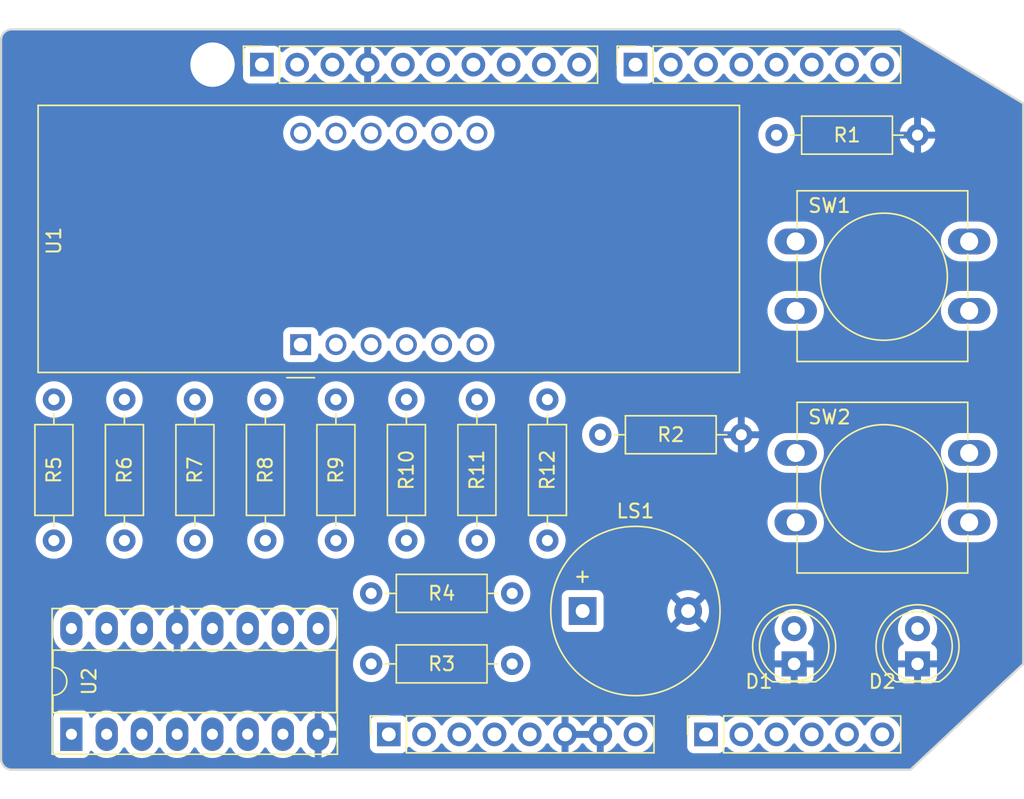
<source format=kicad_pcb>
(kicad_pcb (version 20221018) (generator pcbnew)
  (title_block (date "mar. 31 mars 2015"))
  (layers (0 "F.Cu" signal) (31 "B.Cu" signal) (34 "B.Paste" user) (35 "F.Paste" user) (36 "B.SilkS" user "B.Silkscreen") (37 "F.SilkS" user "F.Silkscreen") (38 "B.Mask" user) (39 "F.Mask" user) (44 "Edge.Cuts" user))
  (net 0 "")
  (net 1 "GND")
  (net 3 "+5V")
  (net 4 "/IOREF")
  (net 5 "/A0")
  (net 6 "/A1")
  (net 7 "/A2")
  (net 8 "/A3")
  (net 9 "/SDA{slash}A4")
  (net 10 "/SCL{slash}A5")
  (net 11 "Net-(D1-A)")
  (net 12 "Net-(D2-A)")
  (net 16 "Dig1")
  (net 17 "Dig2")
  (net 18 "Dig3")
  (net 19 "Dig4")
  (net 20 "DS")
  (net 21 "ST_CP")
  (net 22 "SH_CP")
  (net 23 "/TX{slash}1")
  (net 24 "Buzzer")
  (net 25 "/RX{slash}0")
  (net 26 "+3V3")
  (net 27 "VCC")
  (net 28 "/~{RESET}")
  (net 29 "RED_LED")
  (net 30 "GREEN_LED")
  (net 31 "Button_2")
  (net 32 "Button_1")
  (net 33 "a")
  (net 34 "Net-(U1-a)")
  (net 35 "b")
  (net 36 "Net-(U1-b)")
  (net 37 "c")
  (net 38 "Net-(U1-c)")
  (net 39 "d")
  (net 40 "Net-(U1-d)")
  (net 41 "e")
  (net 42 "Net-(U1-e)")
  (net 43 "f")
  (net 44 "Net-(U1-f)")
  (net 45 "g")
  (net 46 "Net-(U1-g)")
  (net 47 "dp")
  (net 48 "Net-(U1-DPX)")
  (footprint "Connector_PinSocket_2.54mm:PinSocket_1x08_P2.54mm_Vertical" (layer "F.Cu") (at 127.94 97.46 90)
    (fp_text reference "J1" hide)
    (fp_text value "Power")
    (fp_line (start -1.33 1.27) (end -1.33 19.11) (stroke (width 0.12)) (layer "F.SilkS"))
    (fp_line (start -1.33 1.27) (end 1.33 1.27) (stroke (width 0.12)) (layer "F.SilkS"))
    (fp_line (start -1.33 19.11) (end 1.33 19.11) (stroke (width 0.12)) (layer "F.SilkS"))
    (fp_line (start 0 -1.33) (end 1.33 -1.33) (stroke (width 0.12)) (layer "F.SilkS"))
    (fp_line (start 1.33 -1.33) (end 1.33 0) (stroke (width 0.12)) (layer "F.SilkS"))
    (fp_line (start 1.33 1.27) (end 1.33 19.11) (stroke (width 0.12)) (layer "F.SilkS"))
    (pad "1" thru_hole rect locked (at 0 0 90) (size 1.7 1.7) (drill 1) (layers "*.Cu" "*.Mask"))
    (pad "2" thru_hole oval locked (at 0 2.54 90) (size 1.7 1.7) (drill 1) (layers "*.Cu" "*.Mask") (net 4 "/IOREF"))
    (pad "3" thru_hole oval locked (at 0 5.08 90) (size 1.7 1.7) (drill 1) (layers "*.Cu" "*.Mask") (net 28 "/~{RESET}"))
    (pad "4" thru_hole oval locked (at 0 7.62 90) (size 1.7 1.7) (drill 1) (layers "*.Cu" "*.Mask") (net 26 "+3V3"))
    (pad "5" thru_hole oval locked (at 0 10.16 90) (size 1.7 1.7) (drill 1) (layers "*.Cu" "*.Mask") (net 3 "+5V"))
    (pad "6" thru_hole oval locked (at 0 12.7 90) (size 1.7 1.7) (drill 1) (layers "*.Cu" "*.Mask") (net 1 "GND"))
    (pad "7" thru_hole oval locked (at 0 15.24 90) (size 1.7 1.7) (drill 1) (layers "*.Cu" "*.Mask") (net 1 "GND"))
    (pad "8" thru_hole oval locked (at 0 17.78 90) (size 1.7 1.7) (drill 1) (layers "*.Cu" "*.Mask") (net 27 "VCC"))
  )
  (footprint "Connector_PinSocket_2.54mm:PinSocket_1x06_P2.54mm_Vertical" (layer "F.Cu") (at 150.8 97.46 90)
    (fp_text reference "J3" hide)
    (fp_text value "Analog")
    (fp_line (start -1.33 1.27) (end -1.33 14.03) (stroke (width 0.12)) (layer "F.SilkS"))
    (fp_line (start -1.33 1.27) (end 1.33 1.27) (stroke (width 0.12)) (layer "F.SilkS"))
    (fp_line (start -1.33 14.03) (end 1.33 14.03) (stroke (width 0.12)) (layer "F.SilkS"))
    (fp_line (start 0 -1.33) (end 1.33 -1.33) (stroke (width 0.12)) (layer "F.SilkS"))
    (fp_line (start 1.33 -1.33) (end 1.33 0) (stroke (width 0.12)) (layer "F.SilkS"))
    (fp_line (start 1.33 1.27) (end 1.33 14.03) (stroke (width 0.12)) (layer "F.SilkS"))
    (pad "1" thru_hole rect locked (at 0 0 90) (size 1.7 1.7) (drill 1) (layers "*.Cu" "*.Mask") (net 5 "/A0"))
    (pad "2" thru_hole oval locked (at 0 2.54 90) (size 1.7 1.7) (drill 1) (layers "*.Cu" "*.Mask") (net 6 "/A1"))
    (pad "3" thru_hole oval locked (at 0 5.08 90) (size 1.7 1.7) (drill 1) (layers "*.Cu" "*.Mask") (net 7 "/A2"))
    (pad "4" thru_hole oval locked (at 0 7.62 90) (size 1.7 1.7) (drill 1) (layers "*.Cu" "*.Mask") (net 8 "/A3"))
    (pad "5" thru_hole oval locked (at 0 10.16 90) (size 1.7 1.7) (drill 1) (layers "*.Cu" "*.Mask") (net 9 "/SDA{slash}A4"))
    (pad "6" thru_hole oval locked (at 0 12.7 90) (size 1.7 1.7) (drill 1) (layers "*.Cu" "*.Mask") (net 10 "/SCL{slash}A5"))
  )
  (footprint "Connector_PinSocket_2.54mm:PinSocket_1x10_P2.54mm_Vertical" (layer "F.Cu") (at 118.796 49.2 90)
    (fp_text reference "J2" hide)
    (fp_text value "Digital/PWM")
    (fp_line (start -1.33 1.27) (end -1.33 24.19) (stroke (width 0.12)) (layer "F.SilkS"))
    (fp_line (start -1.33 1.27) (end 1.33 1.27) (stroke (width 0.12)) (layer "F.SilkS"))
    (fp_line (start -1.33 24.19) (end 1.33 24.19) (stroke (width 0.12)) (layer "F.SilkS"))
    (fp_line (start 0 -1.33) (end 1.33 -1.33) (stroke (width 0.12)) (layer "F.SilkS"))
    (fp_line (start 1.33 -1.33) (end 1.33 0) (stroke (width 0.12)) (layer "F.SilkS"))
    (fp_line (start 1.33 1.27) (end 1.33 24.19) (stroke (width 0.12)) (layer "F.SilkS"))
    (pad "1" thru_hole rect locked (at 0 0 90) (size 1.7 1.7) (drill 1) (layers "*.Cu" "*.Mask"))
    (pad "2" thru_hole oval locked (at 0 2.54 90) (size 1.7 1.7) (drill 1) (layers "*.Cu" "*.Mask"))
    (pad "3" thru_hole oval locked (at 0 5.08 90) (size 1.7 1.7) (drill 1) (layers "*.Cu" "*.Mask"))
    (pad "4" thru_hole oval locked (at 0 7.62 90) (size 1.7 1.7) (drill 1) (layers "*.Cu" "*.Mask") (net 1 "GND"))
    (pad "5" thru_hole oval locked (at 0 10.16 90) (size 1.7 1.7) (drill 1) (layers "*.Cu" "*.Mask") (net 16 "Dig1"))
    (pad "6" thru_hole oval locked (at 0 12.7 90) (size 1.7 1.7) (drill 1) (layers "*.Cu" "*.Mask") (net 17 "Dig2"))
    (pad "7" thru_hole oval locked (at 0 15.24 90) (size 1.7 1.7) (drill 1) (layers "*.Cu" "*.Mask") (net 18 "Dig3"))
    (pad "8" thru_hole oval locked (at 0 17.78 90) (size 1.7 1.7) (drill 1) (layers "*.Cu" "*.Mask") (net 19 "Dig4"))
    (pad "9" thru_hole oval locked (at 0 20.32 90) (size 1.7 1.7) (drill 1) (layers "*.Cu" "*.Mask") (net 20 "DS"))
    (pad "10" thru_hole oval locked (at 0 22.86 90) (size 1.7 1.7) (drill 1) (layers "*.Cu" "*.Mask") (net 21 "ST_CP"))
  )
  (footprint "Connector_PinSocket_2.54mm:PinSocket_1x08_P2.54mm_Vertical" (layer "F.Cu") (at 145.72 49.2 90)
    (fp_text reference "J4" hide)
    (fp_text value "Digital/PWM")
    (fp_line (start -1.33 1.27) (end -1.33 19.11) (stroke (width 0.12)) (layer "F.SilkS"))
    (fp_line (start -1.33 1.27) (end 1.33 1.27) (stroke (width 0.12)) (layer "F.SilkS"))
    (fp_line (start -1.33 19.11) (end 1.33 19.11) (stroke (width 0.12)) (layer "F.SilkS"))
    (fp_line (start 0 -1.33) (end 1.33 -1.33) (stroke (width 0.12)) (layer "F.SilkS"))
    (fp_line (start 1.33 -1.33) (end 1.33 0) (stroke (width 0.12)) (layer "F.SilkS"))
    (fp_line (start 1.33 1.27) (end 1.33 19.11) (stroke (width 0.12)) (layer "F.SilkS"))
    (pad "1" thru_hole rect locked (at 0 0 90) (size 1.7 1.7) (drill 1) (layers "*.Cu" "*.Mask") (net 22 "SH_CP"))
    (pad "2" thru_hole oval locked (at 0 2.54 90) (size 1.7 1.7) (drill 1) (layers "*.Cu" "*.Mask") (net 24 "Buzzer"))
    (pad "3" thru_hole oval locked (at 0 5.08 90) (size 1.7 1.7) (drill 1) (layers "*.Cu" "*.Mask") (net 29 "RED_LED"))
    (pad "4" thru_hole oval locked (at 0 7.62 90) (size 1.7 1.7) (drill 1) (layers "*.Cu" "*.Mask") (net 30 "GREEN_LED"))
    (pad "5" thru_hole oval locked (at 0 10.16 90) (size 1.7 1.7) (drill 1) (layers "*.Cu" "*.Mask") (net 31 "Button_2"))
    (pad "6" thru_hole oval locked (at 0 12.7 90) (size 1.7 1.7) (drill 1) (layers "*.Cu" "*.Mask") (net 32 "Button_1"))
    (pad "7" thru_hole oval locked (at 0 15.24 90) (size 1.7 1.7) (drill 1) (layers "*.Cu" "*.Mask") (net 23 "/TX{slash}1"))
    (pad "8" thru_hole oval locked (at 0 17.78 90) (size 1.7 1.7) (drill 1) (layers "*.Cu" "*.Mask") (net 25 "/RX{slash}0"))
  )
  (footprint "LED_THT:LED_D5.0mm" (layer "F.Cu") (at 166.04 92.38 90)
    (fp_text reference "D2" (at -1.27 -2.54 180) (layer "F.SilkS"))
    (fp_text value "LED")
    (fp_line (start -1.29 -1.545) (end -1.29 1.545) (stroke (width 0.12)) (layer "F.SilkS"))
    (fp_arc (start -1.29 -1.54483) (mid 2.072002 -2.880433) (end 4.26 0.000462) (stroke (width 0.12)) (layer "F.SilkS"))
    (fp_arc (start 4.26 -0.000462) (mid 2.072002 2.880433) (end -1.29 1.54483) (stroke (width 0.12)) (layer "F.SilkS"))
    (fp_circle (center 1.27 0) (end 3.77 0) (stroke (width 0.12)) (fill none) (layer "F.SilkS"))
    (pad "1" thru_hole rect (at 0 0 90) (size 1.8 1.8) (drill 0.9) (layers "*.Cu" "*.Mask") (net 1 "GND"))
    (pad "2" thru_hole circle (at 2.54 0 90) (size 1.8 1.8) (drill 0.9) (layers "*.Cu" "*.Mask") (net 12 "Net-(D2-A)"))
  )
  (footprint "Package_DIP:DIP-16_W7.62mm_Socket_LongPads" (layer "F.Cu") (at 105.07 97.45 90)
    (fp_text reference "U2" (at 3.81 1.28 90) (layer "F.SilkS"))
    (fp_text value "74HC595")
    (fp_line (start -1.44 -1.39) (end -1.44 19.17) (stroke (width 0.12)) (layer "F.SilkS"))
    (fp_line (start -1.44 19.17) (end 9.06 19.17) (stroke (width 0.12)) (layer "F.SilkS"))
    (fp_line (start 1.56 -1.33) (end 1.56 19.11) (stroke (width 0.12)) (layer "F.SilkS"))
    (fp_line (start 1.56 19.11) (end 6.06 19.11) (stroke (width 0.12)) (layer "F.SilkS"))
    (fp_line (start 2.81 -1.33) (end 1.56 -1.33) (stroke (width 0.12)) (layer "F.SilkS"))
    (fp_line (start 6.06 -1.33) (end 4.81 -1.33) (stroke (width 0.12)) (layer "F.SilkS"))
    (fp_line (start 6.06 19.11) (end 6.06 -1.33) (stroke (width 0.12)) (layer "F.SilkS"))
    (fp_line (start 9.06 -1.39) (end -1.44 -1.39) (stroke (width 0.12)) (layer "F.SilkS"))
    (fp_line (start 9.06 19.17) (end 9.06 -1.39) (stroke (width 0.12)) (layer "F.SilkS"))
    (fp_arc (start 4.81 -1.33) (mid 3.81 -0.33) (end 2.81 -1.33) (stroke (width 0.12)) (layer "F.SilkS"))
    (pad "1" thru_hole rect (at 0 0 90) (size 2.4 1.6) (drill 0.8) (layers "*.Cu" "*.Mask") (net 35 "b"))
    (pad "2" thru_hole oval (at 0 2.54 90) (size 2.4 1.6) (drill 0.8) (layers "*.Cu" "*.Mask") (net 37 "c"))
    (pad "3" thru_hole oval (at 0 5.08 90) (size 2.4 1.6) (drill 0.8) (layers "*.Cu" "*.Mask") (net 39 "d"))
    (pad "4" thru_hole oval (at 0 7.62 90) (size 2.4 1.6) (drill 0.8) (layers "*.Cu" "*.Mask") (net 41 "e"))
    (pad "5" thru_hole oval (at 0 10.16 90) (size 2.4 1.6) (drill 0.8) (layers "*.Cu" "*.Mask") (net 43 "f"))
    (pad "6" thru_hole oval (at 0 12.7 90) (size 2.4 1.6) (drill 0.8) (layers "*.Cu" "*.Mask") (net 45 "g"))
    (pad "7" thru_hole oval (at 0 15.24 90) (size 2.4 1.6) (drill 0.8) (layers "*.Cu" "*.Mask") (net 47 "dp"))
    (pad "8" thru_hole oval (at 0 17.78 90) (size 2.4 1.6) (drill 0.8) (layers "*.Cu" "*.Mask") (net 1 "GND"))
    (pad "9" thru_hole oval (at 7.62 17.78 90) (size 2.4 1.6) (drill 0.8) (layers "*.Cu" "*.Mask"))
    (pad "10" thru_hole oval (at 7.62 15.24 90) (size 2.4 1.6) (drill 0.8) (layers "*.Cu" "*.Mask") (net 3 "+5V"))
    (pad "11" thru_hole oval (at 7.62 12.7 90) (size 2.4 1.6) (drill 0.8) (layers "*.Cu" "*.Mask") (net 22 "SH_CP"))
    (pad "12" thru_hole oval (at 7.62 10.16 90) (size 2.4 1.6) (drill 0.8) (layers "*.Cu" "*.Mask") (net 21 "ST_CP"))
    (pad "13" thru_hole oval (at 7.62 7.62 90) (size 2.4 1.6) (drill 0.8) (layers "*.Cu" "*.Mask") (net 1 "GND"))
    (pad "14" thru_hole oval (at 7.62 5.08 90) (size 2.4 1.6) (drill 0.8) (layers "*.Cu" "*.Mask") (net 20 "DS"))
    (pad "15" thru_hole oval (at 7.62 2.54 90) (size 2.4 1.6) (drill 0.8) (layers "*.Cu" "*.Mask") (net 33 "a"))
    (pad "16" thru_hole oval (at 7.62 0 90) (size 2.4 1.6) (drill 0.8) (layers "*.Cu" "*.Mask") (net 3 "+5V"))
  )
  (footprint "Resistor_THT:R_Axial_DIN0207_L6.3mm_D2.5mm_P10.16mm_Horizontal" (layer "F.Cu") (at 119.05 83.49 90)
    (fp_text reference "R8" (at 5.08 0 90) (layer "F.SilkS"))
    (fp_text value "100")
    (fp_line (start 1.04 0) (end 1.81 0) (stroke (width 0.12)) (layer "F.SilkS"))
    (fp_line (start 1.81 -1.37) (end 1.81 1.37) (stroke (width 0.12)) (layer "F.SilkS"))
    (fp_line (start 1.81 1.37) (end 8.35 1.37) (stroke (width 0.12)) (layer "F.SilkS"))
    (fp_line (start 8.35 -1.37) (end 1.81 -1.37) (stroke (width 0.12)) (layer "F.SilkS"))
    (fp_line (start 8.35 1.37) (end 8.35 -1.37) (stroke (width 0.12)) (layer "F.SilkS"))
    (fp_line (start 9.12 0) (end 8.35 0) (stroke (width 0.12)) (layer "F.SilkS"))
    (pad "1" thru_hole circle (at 0 0 90) (size 1.6 1.6) (drill 0.8) (layers "*.Cu" "*.Mask") (net 39 "d"))
    (pad "2" thru_hole oval (at 10.16 0 90) (size 1.6 1.6) (drill 0.8) (layers "*.Cu" "*.Mask") (net 40 "Net-(U1-d)"))
  )
  (footprint "Resistor_THT:R_Axial_DIN0207_L6.3mm_D2.5mm_P10.16mm_Horizontal" (layer "F.Cu") (at 103.81 83.49 90)
    (fp_text reference "R5" (at 5.08 0 90) (layer "F.SilkS"))
    (fp_text value "100")
    (fp_line (start 1.04 0) (end 1.81 0) (stroke (width 0.12)) (layer "F.SilkS"))
    (fp_line (start 1.81 -1.37) (end 1.81 1.37) (stroke (width 0.12)) (layer "F.SilkS"))
    (fp_line (start 1.81 1.37) (end 8.35 1.37) (stroke (width 0.12)) (layer "F.SilkS"))
    (fp_line (start 8.35 -1.37) (end 1.81 -1.37) (stroke (width 0.12)) (layer "F.SilkS"))
    (fp_line (start 8.35 1.37) (end 8.35 -1.37) (stroke (width 0.12)) (layer "F.SilkS"))
    (fp_line (start 9.12 0) (end 8.35 0) (stroke (width 0.12)) (layer "F.SilkS"))
    (pad "1" thru_hole circle (at 0 0 90) (size 1.6 1.6) (drill 0.8) (layers "*.Cu" "*.Mask") (net 33 "a"))
    (pad "2" thru_hole oval (at 10.16 0 90) (size 1.6 1.6) (drill 0.8) (layers "*.Cu" "*.Mask") (net 34 "Net-(U1-a)"))
  )
  (footprint "LED_THT:LED_D5.0mm" (layer "F.Cu") (at 157.15 92.38 90)
    (fp_text reference "D1" (at -1.27 -2.54 180) (layer "F.SilkS"))
    (fp_text value "LED")
    (fp_line (start -1.29 -1.545) (end -1.29 1.545) (stroke (width 0.12)) (layer "F.SilkS"))
    (fp_arc (start -1.29 -1.54483) (mid 2.072002 -2.880433) (end 4.26 0.000462) (stroke (width 0.12)) (layer "F.SilkS"))
    (fp_arc (start 4.26 -0.000462) (mid 2.072002 2.880433) (end -1.29 1.54483) (stroke (width 0.12)) (layer "F.SilkS"))
    (fp_circle (center 1.27 0) (end 3.77 0) (stroke (width 0.12)) (fill none) (layer "F.SilkS"))
    (pad "1" thru_hole rect (at 0 0 90) (size 1.8 1.8) (drill 0.9) (layers "*.Cu" "*.Mask") (net 1 "GND"))
    (pad "2" thru_hole circle (at 2.54 0 90) (size 1.8 1.8) (drill 0.9) (layers "*.Cu" "*.Mask") (net 11 "Net-(D1-A)"))
  )
  (footprint "Resistor_THT:R_Axial_DIN0207_L6.3mm_D2.5mm_P10.16mm_Horizontal" (layer "F.Cu") (at 155.88 54.28)
    (fp_text reference "R1" (at 5.08 0) (layer "F.SilkS"))
    (fp_text value "10k")
    (fp_line (start 1.04 0) (end 1.81 0) (stroke (width 0.12)) (layer "F.SilkS"))
    (fp_line (start 1.81 -1.37) (end 1.81 1.37) (stroke (width 0.12)) (layer "F.SilkS"))
    (fp_line (start 1.81 1.37) (end 8.35 1.37) (stroke (width 0.12)) (layer "F.SilkS"))
    (fp_line (start 8.35 -1.37) (end 1.81 -1.37) (stroke (width 0.12)) (layer "F.SilkS"))
    (fp_line (start 8.35 1.37) (end 8.35 -1.37) (stroke (width 0.12)) (layer "F.SilkS"))
    (fp_line (start 9.12 0) (end 8.35 0) (stroke (width 0.12)) (layer "F.SilkS"))
    (pad "1" thru_hole circle (at 0 0) (size 1.6 1.6) (drill 0.8) (layers "*.Cu" "*.Mask") (net 32 "Button_1"))
    (pad "2" thru_hole oval (at 10.16 0) (size 1.6 1.6) (drill 0.8) (layers "*.Cu" "*.Mask") (net 1 "GND"))
  )
  (footprint "Arduino_MountingHole:MountingHole_3.2mm" (layer "F.Cu") (at 115.24 49.2)
    (fp_text reference "MH1" hide)
    (fp_text value "MountingHole_3.2mm" hide)
    (pad "" np_thru_hole circle locked (at 0 0) (size 3.2 3.2) (drill 3.2) (layers "*.Cu" "*.Mask"))
  )
  (footprint "Buzzer_Beeper:Buzzer_12x9.5RM7.6" (layer "F.Cu") (at 141.91 88.57)
    (fp_text reference "LS1" (at 3.8 -7.2) (layer "F.SilkS"))
    (fp_text value "Speaker")
    (fp_text user "+" (at -0.01 -2.54) (layer "F.SilkS"))
    (fp_circle (center 3.8 0) (end 9.9 0) (stroke (width 0.12)) (fill none) (layer "F.SilkS"))
    (pad "1" thru_hole rect (at 0 0) (size 2 2) (drill 1) (layers "*.Cu" "*.Mask") (net 24 "Buzzer"))
    (pad "2" thru_hole circle (at 7.6 0) (size 2 2) (drill 1) (layers "*.Cu" "*.Mask") (net 1 "GND"))
  )
  (footprint "Resistor_THT:R_Axial_DIN0207_L6.3mm_D2.5mm_P10.16mm_Horizontal" (layer "F.Cu") (at 143.18 75.87)
    (fp_text reference "R2" (at 5.08 0) (layer "F.SilkS"))
    (fp_text value "10k")
    (fp_line (start 1.04 0) (end 1.81 0) (stroke (width 0.12)) (layer "F.SilkS"))
    (fp_line (start 1.81 -1.37) (end 1.81 1.37) (stroke (width 0.12)) (layer "F.SilkS"))
    (fp_line (start 1.81 1.37) (end 8.35 1.37) (stroke (width 0.12)) (layer "F.SilkS"))
    (fp_line (start 8.35 -1.37) (end 1.81 -1.37) (stroke (width 0.12)) (layer "F.SilkS"))
    (fp_line (start 8.35 1.37) (end 8.35 -1.37) (stroke (width 0.12)) (layer "F.SilkS"))
    (fp_line (start 9.12 0) (end 8.35 0) (stroke (width 0.12)) (layer "F.SilkS"))
    (pad "1" thru_hole circle (at 0 0) (size 1.6 1.6) (drill 0.8) (layers "*.Cu" "*.Mask") (net 31 "Button_2"))
    (pad "2" thru_hole oval (at 10.16 0) (size 1.6 1.6) (drill 0.8) (layers "*.Cu" "*.Mask") (net 1 "GND"))
  )
  (footprint "Button_Switch_THT:SW_PUSH-12mm" (layer "F.Cu") (at 157.26 61.94)
    (fp_text reference "SW1" (at 2.43 -2.58) (layer "F.SilkS"))
    (fp_text value "SW_Push")
    (fp_line (start 0.1 -3.65) (end 12.4 -3.65) (stroke (width 0.12)) (layer "F.SilkS"))
    (fp_line (start 0.1 -0.93) (end 0.1 -3.65) (stroke (width 0.12)) (layer "F.SilkS"))
    (fp_line (start 0.1 4.07) (end 0.1 0.93) (stroke (width 0.12)) (layer "F.SilkS"))
    (fp_line (start 0.1 8.65) (end 0.1 5.93) (stroke (width 0.12)) (layer "F.SilkS"))
    (fp_line (start 12.4 -3.65) (end 12.4 -0.93) (stroke (width 0.12)) (layer "F.SilkS"))
    (fp_line (start 12.4 0.93) (end 12.4 4.07) (stroke (width 0.12)) (layer "F.SilkS"))
    (fp_line (start 12.4 5.93) (end 12.4 8.65) (stroke (width 0.12)) (layer "F.SilkS"))
    (fp_line (start 12.4 8.65) (end 0.1 8.65) (stroke (width 0.12)) (layer "F.SilkS"))
    (fp_circle (center 6.35 2.54) (end 10.16 5.08) (stroke (width 0.12)) (fill none) (layer "F.SilkS"))
    (pad "1" thru_hole oval (at 0 0) (size 3.048 1.85) (drill 1.3) (layers "*.Cu" "*.Mask") (net 3 "+5V"))
    (pad "1" thru_hole oval (at 12.5 0) (size 3.048 1.85) (drill 1.3) (layers "*.Cu" "*.Mask") (net 3 "+5V"))
    (pad "2" thru_hole oval (at 0 5) (size 3.048 1.85) (drill 1.3) (layers "*.Cu" "*.Mask") (net 32 "Button_1"))
    (pad "2" thru_hole oval (at 12.5 5) (size 3.048 1.85) (drill 1.3) (layers "*.Cu" "*.Mask") (net 32 "Button_1"))
  )
  (footprint "Button_Switch_THT:SW_PUSH-12mm" (layer "F.Cu") (at 157.26 77.18)
    (fp_text reference "SW2" (at 2.43 -2.58) (layer "F.SilkS"))
    (fp_text value "SW_Push")
    (fp_line (start 0.1 -3.65) (end 12.4 -3.65) (stroke (width 0.12)) (layer "F.SilkS"))
    (fp_line (start 0.1 -0.93) (end 0.1 -3.65) (stroke (width 0.12)) (layer "F.SilkS"))
    (fp_line (start 0.1 4.07) (end 0.1 0.93) (stroke (width 0.12)) (layer "F.SilkS"))
    (fp_line (start 0.1 8.65) (end 0.1 5.93) (stroke (width 0.12)) (layer "F.SilkS"))
    (fp_line (start 12.4 -3.65) (end 12.4 -0.93) (stroke (width 0.12)) (layer "F.SilkS"))
    (fp_line (start 12.4 0.93) (end 12.4 4.07) (stroke (width 0.12)) (layer "F.SilkS"))
    (fp_line (start 12.4 5.93) (end 12.4 8.65) (stroke (width 0.12)) (layer "F.SilkS"))
    (fp_line (start 12.4 8.65) (end 0.1 8.65) (stroke (width 0.12)) (layer "F.SilkS"))
    (fp_circle (center 6.35 2.54) (end 10.16 5.08) (stroke (width 0.12)) (fill none) (layer "F.SilkS"))
    (pad "1" thru_hole oval (at 0 0) (size 3.048 1.85) (drill 1.3) (layers "*.Cu" "*.Mask") (net 3 "+5V"))
    (pad "1" thru_hole oval (at 12.5 0) (size 3.048 1.85) (drill 1.3) (layers "*.Cu" "*.Mask") (net 3 "+5V"))
    (pad "2" thru_hole oval (at 0 5) (size 3.048 1.85) (drill 1.3) (layers "*.Cu" "*.Mask") (net 31 "Button_2"))
    (pad "2" thru_hole oval (at 12.5 5) (size 3.048 1.85) (drill 1.3) (layers "*.Cu" "*.Mask") (net 31 "Button_2"))
  )
  (footprint "Display_7Segment:CA56-12EWA" (layer "F.Cu") (at 121.59 69.3775 90)
    (fp_text reference "U1" (at 7.4775 -17.78 90) (layer "F.SilkS"))
    (fp_text value "CA56-12EWA")
    (fp_line (start -2.38 -1) (end -2.38 1) (stroke (width 0.12)) (layer "F.SilkS"))
    (fp_line (start -2 -18.92) (end -2 31.62) (stroke (width 0.12)) (layer "F.SilkS"))
    (fp_line (start -2 -18.92) (end 17.24 -18.92) (stroke (width 0.12)) (layer "F.SilkS"))
    (fp_line (start -2 31.62) (end 17.24 31.62) (stroke (width 0.12)) (layer "F.SilkS"))
    (fp_line (start 17.24 31.62) (end 17.24 -18.92) (stroke (width 0.12)) (layer "F.SilkS"))
    (pad "1" thru_hole rect (at 0 0 90) (size 1.5 1.5) (drill 1) (layers "*.Cu" "*.Mask") (net 42 "Net-(U1-e)"))
    (pad "2" thru_hole circle (at 0 2.54 90) (size 1.5 1.5) (drill 1) (layers "*.Cu" "*.Mask") (net 40 "Net-(U1-d)"))
    (pad "3" thru_hole circle (at 0 5.08 90) (size 1.5 1.5) (drill 1) (layers "*.Cu" "*.Mask") (net 48 "Net-(U1-DPX)"))
    (pad "4" thru_hole circle (at 0 7.62 90) (size 1.5 1.5) (drill 1) (layers "*.Cu" "*.Mask") (net 38 "Net-(U1-c)"))
    (pad "5" thru_hole circle (at 0 10.16 90) (size 1.5 1.5) (drill 1) (layers "*.Cu" "*.Mask") (net 46 "Net-(U1-g)"))
    (pad "6" thru_hole circle (at 0 12.7 90) (size 1.5 1.5) (drill 1) (layers "*.Cu" "*.Mask") (net 19 "Dig4"))
    (pad "7" thru_hole circle (at 15.24 12.7 90) (size 1.5 1.5) (drill 1) (layers "*.Cu" "*.Mask") (net 36 "Net-(U1-b)"))
    (pad "8" thru_hole circle (at 15.24 10.16 90) (size 1.5 1.5) (drill 1) (layers "*.Cu" "*.Mask") (net 18 "Dig3"))
    (pad "9" thru_hole circle (at 15.24 7.62 90) (size 1.5 1.5) (drill 1) (layers "*.Cu" "*.Mask") (net 17 "Dig2"))
    (pad "10" thru_hole circle (at 15.24 5.08 90) (size 1.5 1.5) (drill 1) (layers "*.Cu" "*.Mask") (net 44 "Net-(U1-f)"))
    (pad "11" thru_hole circle (at 15.24 2.54 90) (size 1.5 1.5) (drill 1) (layers "*.Cu" "*.Mask") (net 34 "Net-(U1-a)"))
    (pad "12" thru_hole circle (at 15.24 0 90) (size 1.5 1.5) (drill 1) (layers "*.Cu" "*.Mask") (net 16 "Dig1"))
  )
  (footprint "Resistor_THT:R_Axial_DIN0207_L6.3mm_D2.5mm_P10.16mm_Horizontal" (layer "F.Cu") (at 139.37 83.49 90)
    (fp_text reference "R12" (at 5.08 0 90) (layer "F.SilkS"))
    (fp_text value "100")
    (fp_line (start 1.04 0) (end 1.81 0) (stroke (width 0.12)) (layer "F.SilkS"))
    (fp_line (start 1.81 -1.37) (end 1.81 1.37) (stroke (width 0.12)) (layer "F.SilkS"))
    (fp_line (start 1.81 1.37) (end 8.35 1.37) (stroke (width 0.12)) (layer "F.SilkS"))
    (fp_line (start 8.35 -1.37) (end 1.81 -1.37) (stroke (width 0.12)) (layer "F.SilkS"))
    (fp_line (start 8.35 1.37) (end 8.35 -1.37) (stroke (width 0.12)) (layer "F.SilkS"))
    (fp_line (start 9.12 0) (end 8.35 0) (stroke (width 0.12)) (layer "F.SilkS"))
    (pad "1" thru_hole circle (at 0 0 90) (size 1.6 1.6) (drill 0.8) (layers "*.Cu" "*.Mask") (net 47 "dp"))
    (pad "2" thru_hole oval (at 10.16 0 90) (size 1.6 1.6) (drill 0.8) (layers "*.Cu" "*.Mask") (net 48 "Net-(U1-DPX)"))
  )
  (footprint "Resistor_THT:R_Axial_DIN0207_L6.3mm_D2.5mm_P10.16mm_Horizontal" (layer "F.Cu") (at 129.21 83.49 90)
    (fp_text reference "R10" (at 5.08 0 90) (layer "F.SilkS"))
    (fp_text value "100")
    (fp_line (start 1.04 0) (end 1.81 0) (stroke (width 0.12)) (layer "F.SilkS"))
    (fp_line (start 1.81 -1.37) (end 1.81 1.37) (stroke (width 0.12)) (layer "F.SilkS"))
    (fp_line (start 1.81 1.37) (end 8.35 1.37) (stroke (width 0.12)) (layer "F.SilkS"))
    (fp_line (start 8.35 -1.37) (end 1.81 -1.37) (stroke (width 0.12)) (layer "F.SilkS"))
    (fp_line (start 8.35 1.37) (end 8.35 -1.37) (stroke (width 0.12)) (layer "F.SilkS"))
    (fp_line (start 9.12 0) (end 8.35 0) (stroke (width 0.12)) (layer "F.SilkS"))
    (pad "1" thru_hole circle (at 0 0 90) (size 1.6 1.6) (drill 0.8) (layers "*.Cu" "*.Mask") (net 43 "f"))
    (pad "2" thru_hole oval (at 10.16 0 90) (size 1.6 1.6) (drill 0.8) (layers "*.Cu" "*.Mask") (net 44 "Net-(U1-f)"))
  )
  (footprint "Resistor_THT:R_Axial_DIN0207_L6.3mm_D2.5mm_P10.16mm_Horizontal" (layer "F.Cu") (at 124.13 83.49 90)
    (fp_text reference "R9" (at 5.08 0 90) (layer "F.SilkS"))
    (fp_text value "100")
    (fp_line (start 1.04 0) (end 1.81 0) (stroke (width 0.12)) (layer "F.SilkS"))
    (fp_line (start 1.81 -1.37) (end 1.81 1.37) (stroke (width 0.12)) (layer "F.SilkS"))
    (fp_line (start 1.81 1.37) (end 8.35 1.37) (stroke (width 0.12)) (layer "F.SilkS"))
    (fp_line (start 8.35 -1.37) (end 1.81 -1.37) (stroke (width 0.12)) (layer "F.SilkS"))
    (fp_line (start 8.35 1.37) (end 8.35 -1.37) (stroke (width 0.12)) (layer "F.SilkS"))
    (fp_line (start 9.12 0) (end 8.35 0) (stroke (width 0.12)) (layer "F.SilkS"))
    (pad "1" thru_hole circle (at 0 0 90) (size 1.6 1.6) (drill 0.8) (layers "*.Cu" "*.Mask") (net 41 "e"))
    (pad "2" thru_hole oval (at 10.16 0 90) (size 1.6 1.6) (drill 0.8) (layers "*.Cu" "*.Mask") (net 42 "Net-(U1-e)"))
  )
  (footprint "Resistor_THT:R_Axial_DIN0207_L6.3mm_D2.5mm_P10.16mm_Horizontal" (layer "F.Cu") (at 108.89 83.49 90)
    (fp_text reference "R6" (at 5.08 0 90) (layer "F.SilkS"))
    (fp_text value "100")
    (fp_line (start 1.04 0) (end 1.81 0) (stroke (width 0.12)) (layer "F.SilkS"))
    (fp_line (start 1.81 -1.37) (end 1.81 1.37) (stroke (width 0.12)) (layer "F.SilkS"))
    (fp_line (start 1.81 1.37) (end 8.35 1.37) (stroke (width 0.12)) (layer "F.SilkS"))
    (fp_line (start 8.35 -1.37) (end 1.81 -1.37) (stroke (width 0.12)) (layer "F.SilkS"))
    (fp_line (start 8.35 1.37) (end 8.35 -1.37) (stroke (width 0.12)) (layer "F.SilkS"))
    (fp_line (start 9.12 0) (end 8.35 0) (stroke (width 0.12)) (layer "F.SilkS"))
    (pad "1" thru_hole circle (at 0 0 90) (size 1.6 1.6) (drill 0.8) (layers "*.Cu" "*.Mask") (net 35 "b"))
    (pad "2" thru_hole oval (at 10.16 0 90) (size 1.6 1.6) (drill 0.8) (layers "*.Cu" "*.Mask") (net 36 "Net-(U1-b)"))
  )
  (footprint "Resistor_THT:R_Axial_DIN0207_L6.3mm_D2.5mm_P10.16mm_Horizontal" (layer "F.Cu") (at 126.67 92.38)
    (fp_text reference "R3" (at 5.08 0) (layer "F.SilkS"))
    (fp_text value "330")
    (fp_line (start 1.04 0) (end 1.81 0) (stroke (width 0.12)) (layer "F.SilkS"))
    (fp_line (start 1.81 -1.37) (end 1.81 1.37) (stroke (width 0.12)) (layer "F.SilkS"))
    (fp_line (start 1.81 1.37) (end 8.35 1.37) (stroke (width 0.12)) (layer "F.SilkS"))
    (fp_line (start 8.35 -1.37) (end 1.81 -1.37) (stroke (width 0.12)) (layer "F.SilkS"))
    (fp_line (start 8.35 1.37) (end 8.35 -1.37) (stroke (width 0.12)) (layer "F.SilkS"))
    (fp_line (start 9.12 0) (end 8.35 0) (stroke (width 0.12)) (layer "F.SilkS"))
    (pad "1" thru_hole circle (at 0 0) (size 1.6 1.6) (drill 0.8) (layers "*.Cu" "*.Mask") (net 29 "RED_LED"))
    (pad "2" thru_hole oval (at 10.16 0) (size 1.6 1.6) (drill 0.8) (layers "*.Cu" "*.Mask") (net 11 "Net-(D1-A)"))
  )
  (footprint "Resistor_THT:R_Axial_DIN0207_L6.3mm_D2.5mm_P10.16mm_Horizontal" (layer "F.Cu") (at 113.97 83.49 90)
    (fp_text reference "R7" (at 5.08 0 90) (layer "F.SilkS"))
    (fp_text value "100")
    (fp_line (start 1.04 0) (end 1.81 0) (stroke (width 0.12)) (layer "F.SilkS"))
    (fp_line (start 1.81 -1.37) (end 1.81 1.37) (stroke (width 0.12)) (layer "F.SilkS"))
    (fp_line (start 1.81 1.37) (end 8.35 1.37) (stroke (width 0.12)) (layer "F.SilkS"))
    (fp_line (start 8.35 -1.37) (end 1.81 -1.37) (stroke (width 0.12)) (layer "F.SilkS"))
    (fp_line (start 8.35 1.37) (end 8.35 -1.37) (stroke (width 0.12)) (layer "F.SilkS"))
    (fp_line (start 9.12 0) (end 8.35 0) (stroke (width 0.12)) (layer "F.SilkS"))
    (pad "1" thru_hole circle (at 0 0 90) (size 1.6 1.6) (drill 0.8) (layers "*.Cu" "*.Mask") (net 37 "c"))
    (pad "2" thru_hole oval (at 10.16 0 90) (size 1.6 1.6) (drill 0.8) (layers "*.Cu" "*.Mask") (net 38 "Net-(U1-c)"))
  )
  (footprint "Resistor_THT:R_Axial_DIN0207_L6.3mm_D2.5mm_P10.16mm_Horizontal" (layer "F.Cu") (at 134.29 83.49 90)
    (fp_text reference "R11" (at 5.08 0 90) (layer "F.SilkS"))
    (fp_text value "100")
    (fp_line (start 1.04 0) (end 1.81 0) (stroke (width 0.12)) (layer "F.SilkS"))
    (fp_line (start 1.81 -1.37) (end 1.81 1.37) (stroke (width 0.12)) (layer "F.SilkS"))
    (fp_line (start 1.81 1.37) (end 8.35 1.37) (stroke (width 0.12)) (layer "F.SilkS"))
    (fp_line (start 8.35 -1.37) (end 1.81 -1.37) (stroke (width 0.12)) (layer "F.SilkS"))
    (fp_line (start 8.35 1.37) (end 8.35 -1.37) (stroke (width 0.12)) (layer "F.SilkS"))
    (fp_line (start 9.12 0) (end 8.35 0) (stroke (width 0.12)) (layer "F.SilkS"))
    (pad "1" thru_hole circle (at 0 0 90) (size 1.6 1.6) (drill 0.8) (layers "*.Cu" "*.Mask") (net 45 "g"))
    (pad "2" thru_hole oval (at 10.16 0 90) (size 1.6 1.6) (drill 0.8) (layers "*.Cu" "*.Mask") (net 46 "Net-(U1-g)"))
  )
  (footprint "Resistor_THT:R_Axial_DIN0207_L6.3mm_D2.5mm_P10.16mm_Horizontal" (layer "F.Cu") (at 126.67 87.3)
    (fp_text reference "R4" (at 5.08 0) (layer "F.SilkS"))
    (fp_text value "330")
    (fp_line (start 1.04 0) (end 1.81 0) (stroke (width 0.12)) (layer "F.SilkS"))
    (fp_line (start 1.81 -1.37) (end 1.81 1.37) (stroke (width 0.12)) (layer "F.SilkS"))
    (fp_line (start 1.81 1.37) (end 8.35 1.37) (stroke (width 0.12)) (layer "F.SilkS"))
    (fp_line (start 8.35 -1.37) (end 1.81 -1.37) (stroke (width 0.12)) (layer "F.SilkS"))
    (fp_line (start 8.35 1.37) (end 8.35 -1.37) (stroke (width 0.12)) (layer "F.SilkS"))
    (fp_line (start 9.12 0) (end 8.35 0) (stroke (width 0.12)) (layer "F.SilkS"))
    (pad "1" thru_hole circle (at 0 0) (size 1.6 1.6) (drill 0.8) (layers "*.Cu" "*.Mask") (net 30 "GREEN_LED"))
    (pad "2" thru_hole oval (at 10.16 0) (size 1.6 1.6) (drill 0.8) (layers "*.Cu" "*.Mask") (net 12 "Net-(D2-A)"))
  )
  (gr_line (start 164.77 46.66) (end 163.5 46.66) (stroke (width 0.15)) (layer "Edge.Cuts"))
  (gr_line (start 100 99.238) (end 100 47.422) (stroke (width 0.15)) (layer "Edge.Cuts"))
  (gr_line (start 173.66 51.994) (end 173.66 92.38) (stroke (width 0.15)) (layer "Edge.Cuts"))
  (gr_line (start 165.532 100) (end 100.762 100) (stroke (width 0.15)) (layer "Edge.Cuts"))
  (gr_line (start 100.762 46.66) (end 163.5 46.66) (stroke (width 0.15)) (layer "Edge.Cuts"))
  (gr_line (start 164.77 46.66) (end 173.66 51.994) (stroke (width 0.15)) (layer "Edge.Cuts"))
  (gr_arc (start 100.762 100) (mid 100.223185 99.776815) (end 100 99.238) (stroke (width 0.15)) (layer "Edge.Cuts"))
  (gr_line (start 173.66 92.38) (end 165.532 100) (stroke (width 0.15)) (layer "Edge.Cuts"))
  (gr_arc (start 100 47.422) (mid 100.223185 46.883185) (end 100.762 46.66) (stroke (width 0.15)) (layer "Edge.Cuts"))
  (zone (net 1) (net_name "GND") (layer "B.Cu") (connect_pads (clearance 0.508)) (min_thickness 0.25) (fill yes (thermal_gap 0.5) (thermal_bridge_width 0.5))
    (polygon (pts (xy 100 46.66) (xy 164.77 46.66) (xy 173.66 51.74) (xy 173.66 92.38) (xy 166.04 100) (xy 100 100)))
  )
)
</source>
